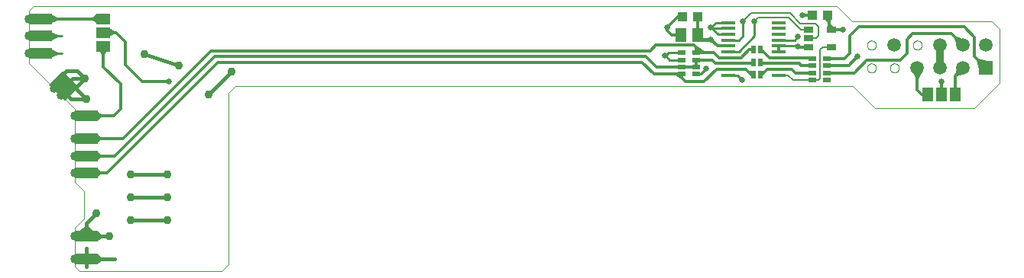
<source format=gtl>
G04 EAGLE Gerber X2 export*
%TF.Part,Single*%
%TF.FileFunction,Other,top copper*%
%TF.FilePolarity,Positive*%
%TF.GenerationSoftware,Autodesk,EAGLE,9.5.2*%
%TF.CreationDate,2020-02-09T10:15:54Z*%
G75*
%MOMM*%
%FSLAX34Y34*%
%LPD*%
%INtop copper*%
%AMOC8*
5,1,8,0,0,1.08239X$1,22.5*%
G01*
%ADD10C,0.000000*%
%ADD11R,2.540000X1.270000*%
%ADD12R,1.270000X2.540000*%
%ADD13R,1.500000X1.500000*%
%ADD14C,1.500000*%
%ADD15R,1.168400X1.600200*%
%ADD16R,1.300000X1.500000*%
%ADD17R,1.600000X0.350000*%
%ADD18R,0.900000X0.500000*%
%ADD19R,1.100000X1.000000*%
%ADD20R,0.508000X0.889000*%
%ADD21R,1.600200X1.168400*%
%ADD22R,0.990000X0.690000*%
%ADD23C,0.203200*%
%ADD24C,1.020000*%
%ADD25C,0.304800*%
%ADD26C,0.406400*%
%ADD27C,0.935000*%
%ADD28C,0.680000*%
%ADD29C,0.254000*%
%ADD30C,0.812800*%


D10*
X0Y232410D02*
X50800Y181610D01*
X50800Y100330D01*
X60960Y90170D01*
X60960Y59690D01*
X50800Y49530D01*
X50800Y6350D01*
X55880Y1270D01*
X213360Y1270D01*
X1075690Y210820D02*
X1075690Y270510D01*
X0Y290830D02*
X0Y232410D01*
X0Y290830D02*
X5080Y295910D01*
X220980Y8890D02*
X213360Y1270D01*
X220980Y8890D02*
X220980Y199390D01*
X228600Y207010D01*
X913130Y207010D01*
X895350Y295910D02*
X5080Y295910D01*
X913130Y207010D02*
X937260Y182880D01*
X1047750Y182880D01*
X1075690Y210820D01*
X911860Y279400D02*
X895350Y295910D01*
X911860Y279400D02*
X1066800Y279400D01*
X1075690Y270510D01*
D11*
X63500Y110490D03*
X63500Y173990D03*
X63500Y129540D03*
X63500Y40640D03*
D12*
G36*
X55380Y206330D02*
X46400Y197350D01*
X28440Y215310D01*
X37420Y224290D01*
X55380Y206330D01*
G37*
D11*
X63500Y15240D03*
X63500Y148590D03*
D12*
G36*
X49030Y199980D02*
X40050Y191000D01*
X22090Y208960D01*
X31070Y217940D01*
X49030Y199980D01*
G37*
D13*
X1060450Y227330D03*
D14*
X1060450Y252730D03*
X1035050Y227330D03*
X1035050Y252730D03*
X1009650Y227330D03*
X1009650Y252730D03*
X958850Y252730D03*
D10*
X953850Y227330D02*
X953852Y227471D01*
X953858Y227612D01*
X953868Y227752D01*
X953882Y227892D01*
X953900Y228032D01*
X953921Y228171D01*
X953947Y228310D01*
X953976Y228448D01*
X954010Y228584D01*
X954047Y228720D01*
X954088Y228855D01*
X954133Y228989D01*
X954182Y229121D01*
X954234Y229252D01*
X954290Y229381D01*
X954350Y229508D01*
X954413Y229634D01*
X954479Y229758D01*
X954550Y229881D01*
X954623Y230001D01*
X954700Y230119D01*
X954780Y230235D01*
X954864Y230348D01*
X954950Y230459D01*
X955040Y230568D01*
X955133Y230674D01*
X955228Y230777D01*
X955327Y230878D01*
X955428Y230976D01*
X955532Y231071D01*
X955639Y231163D01*
X955748Y231252D01*
X955860Y231337D01*
X955974Y231420D01*
X956090Y231500D01*
X956209Y231576D01*
X956330Y231648D01*
X956452Y231718D01*
X956577Y231783D01*
X956703Y231846D01*
X956831Y231904D01*
X956961Y231959D01*
X957092Y232011D01*
X957225Y232058D01*
X957359Y232102D01*
X957494Y232143D01*
X957630Y232179D01*
X957767Y232211D01*
X957905Y232240D01*
X958043Y232265D01*
X958183Y232285D01*
X958323Y232302D01*
X958463Y232315D01*
X958604Y232324D01*
X958744Y232329D01*
X958885Y232330D01*
X959026Y232327D01*
X959167Y232320D01*
X959307Y232309D01*
X959447Y232294D01*
X959587Y232275D01*
X959726Y232253D01*
X959864Y232226D01*
X960002Y232196D01*
X960138Y232161D01*
X960274Y232123D01*
X960408Y232081D01*
X960542Y232035D01*
X960674Y231986D01*
X960804Y231932D01*
X960933Y231875D01*
X961060Y231815D01*
X961186Y231751D01*
X961309Y231683D01*
X961431Y231612D01*
X961551Y231538D01*
X961668Y231460D01*
X961783Y231379D01*
X961896Y231295D01*
X962007Y231208D01*
X962115Y231117D01*
X962220Y231024D01*
X962323Y230927D01*
X962423Y230828D01*
X962520Y230726D01*
X962614Y230621D01*
X962705Y230514D01*
X962793Y230404D01*
X962878Y230292D01*
X962960Y230177D01*
X963039Y230060D01*
X963114Y229941D01*
X963186Y229820D01*
X963254Y229697D01*
X963319Y229572D01*
X963381Y229445D01*
X963438Y229316D01*
X963493Y229186D01*
X963543Y229055D01*
X963590Y228922D01*
X963633Y228788D01*
X963672Y228652D01*
X963707Y228516D01*
X963739Y228379D01*
X963766Y228241D01*
X963790Y228102D01*
X963810Y227962D01*
X963826Y227822D01*
X963838Y227682D01*
X963846Y227541D01*
X963850Y227400D01*
X963850Y227260D01*
X963846Y227119D01*
X963838Y226978D01*
X963826Y226838D01*
X963810Y226698D01*
X963790Y226558D01*
X963766Y226419D01*
X963739Y226281D01*
X963707Y226144D01*
X963672Y226008D01*
X963633Y225872D01*
X963590Y225738D01*
X963543Y225605D01*
X963493Y225474D01*
X963438Y225344D01*
X963381Y225215D01*
X963319Y225088D01*
X963254Y224963D01*
X963186Y224840D01*
X963114Y224719D01*
X963039Y224600D01*
X962960Y224483D01*
X962878Y224368D01*
X962793Y224256D01*
X962705Y224146D01*
X962614Y224039D01*
X962520Y223934D01*
X962423Y223832D01*
X962323Y223733D01*
X962220Y223636D01*
X962115Y223543D01*
X962007Y223452D01*
X961896Y223365D01*
X961783Y223281D01*
X961668Y223200D01*
X961551Y223122D01*
X961431Y223048D01*
X961309Y222977D01*
X961186Y222909D01*
X961060Y222845D01*
X960933Y222785D01*
X960804Y222728D01*
X960674Y222674D01*
X960542Y222625D01*
X960408Y222579D01*
X960274Y222537D01*
X960138Y222499D01*
X960002Y222464D01*
X959864Y222434D01*
X959726Y222407D01*
X959587Y222385D01*
X959447Y222366D01*
X959307Y222351D01*
X959167Y222340D01*
X959026Y222333D01*
X958885Y222330D01*
X958744Y222331D01*
X958604Y222336D01*
X958463Y222345D01*
X958323Y222358D01*
X958183Y222375D01*
X958043Y222395D01*
X957905Y222420D01*
X957767Y222449D01*
X957630Y222481D01*
X957494Y222517D01*
X957359Y222558D01*
X957225Y222602D01*
X957092Y222649D01*
X956961Y222701D01*
X956831Y222756D01*
X956703Y222814D01*
X956577Y222877D01*
X956452Y222942D01*
X956330Y223012D01*
X956209Y223084D01*
X956090Y223160D01*
X955974Y223240D01*
X955860Y223323D01*
X955748Y223408D01*
X955639Y223497D01*
X955532Y223589D01*
X955428Y223684D01*
X955327Y223782D01*
X955228Y223883D01*
X955133Y223986D01*
X955040Y224092D01*
X954950Y224201D01*
X954864Y224312D01*
X954780Y224425D01*
X954700Y224541D01*
X954623Y224659D01*
X954550Y224779D01*
X954479Y224902D01*
X954413Y225026D01*
X954350Y225152D01*
X954290Y225279D01*
X954234Y225408D01*
X954182Y225539D01*
X954133Y225671D01*
X954088Y225805D01*
X954047Y225940D01*
X954010Y226076D01*
X953976Y226212D01*
X953947Y226350D01*
X953921Y226489D01*
X953900Y226628D01*
X953882Y226768D01*
X953868Y226908D01*
X953858Y227048D01*
X953852Y227189D01*
X953850Y227330D01*
X928450Y227330D02*
X928452Y227471D01*
X928458Y227612D01*
X928468Y227752D01*
X928482Y227892D01*
X928500Y228032D01*
X928521Y228171D01*
X928547Y228310D01*
X928576Y228448D01*
X928610Y228584D01*
X928647Y228720D01*
X928688Y228855D01*
X928733Y228989D01*
X928782Y229121D01*
X928834Y229252D01*
X928890Y229381D01*
X928950Y229508D01*
X929013Y229634D01*
X929079Y229758D01*
X929150Y229881D01*
X929223Y230001D01*
X929300Y230119D01*
X929380Y230235D01*
X929464Y230348D01*
X929550Y230459D01*
X929640Y230568D01*
X929733Y230674D01*
X929828Y230777D01*
X929927Y230878D01*
X930028Y230976D01*
X930132Y231071D01*
X930239Y231163D01*
X930348Y231252D01*
X930460Y231337D01*
X930574Y231420D01*
X930690Y231500D01*
X930809Y231576D01*
X930930Y231648D01*
X931052Y231718D01*
X931177Y231783D01*
X931303Y231846D01*
X931431Y231904D01*
X931561Y231959D01*
X931692Y232011D01*
X931825Y232058D01*
X931959Y232102D01*
X932094Y232143D01*
X932230Y232179D01*
X932367Y232211D01*
X932505Y232240D01*
X932643Y232265D01*
X932783Y232285D01*
X932923Y232302D01*
X933063Y232315D01*
X933204Y232324D01*
X933344Y232329D01*
X933485Y232330D01*
X933626Y232327D01*
X933767Y232320D01*
X933907Y232309D01*
X934047Y232294D01*
X934187Y232275D01*
X934326Y232253D01*
X934464Y232226D01*
X934602Y232196D01*
X934738Y232161D01*
X934874Y232123D01*
X935008Y232081D01*
X935142Y232035D01*
X935274Y231986D01*
X935404Y231932D01*
X935533Y231875D01*
X935660Y231815D01*
X935786Y231751D01*
X935909Y231683D01*
X936031Y231612D01*
X936151Y231538D01*
X936268Y231460D01*
X936383Y231379D01*
X936496Y231295D01*
X936607Y231208D01*
X936715Y231117D01*
X936820Y231024D01*
X936923Y230927D01*
X937023Y230828D01*
X937120Y230726D01*
X937214Y230621D01*
X937305Y230514D01*
X937393Y230404D01*
X937478Y230292D01*
X937560Y230177D01*
X937639Y230060D01*
X937714Y229941D01*
X937786Y229820D01*
X937854Y229697D01*
X937919Y229572D01*
X937981Y229445D01*
X938038Y229316D01*
X938093Y229186D01*
X938143Y229055D01*
X938190Y228922D01*
X938233Y228788D01*
X938272Y228652D01*
X938307Y228516D01*
X938339Y228379D01*
X938366Y228241D01*
X938390Y228102D01*
X938410Y227962D01*
X938426Y227822D01*
X938438Y227682D01*
X938446Y227541D01*
X938450Y227400D01*
X938450Y227260D01*
X938446Y227119D01*
X938438Y226978D01*
X938426Y226838D01*
X938410Y226698D01*
X938390Y226558D01*
X938366Y226419D01*
X938339Y226281D01*
X938307Y226144D01*
X938272Y226008D01*
X938233Y225872D01*
X938190Y225738D01*
X938143Y225605D01*
X938093Y225474D01*
X938038Y225344D01*
X937981Y225215D01*
X937919Y225088D01*
X937854Y224963D01*
X937786Y224840D01*
X937714Y224719D01*
X937639Y224600D01*
X937560Y224483D01*
X937478Y224368D01*
X937393Y224256D01*
X937305Y224146D01*
X937214Y224039D01*
X937120Y223934D01*
X937023Y223832D01*
X936923Y223733D01*
X936820Y223636D01*
X936715Y223543D01*
X936607Y223452D01*
X936496Y223365D01*
X936383Y223281D01*
X936268Y223200D01*
X936151Y223122D01*
X936031Y223048D01*
X935909Y222977D01*
X935786Y222909D01*
X935660Y222845D01*
X935533Y222785D01*
X935404Y222728D01*
X935274Y222674D01*
X935142Y222625D01*
X935008Y222579D01*
X934874Y222537D01*
X934738Y222499D01*
X934602Y222464D01*
X934464Y222434D01*
X934326Y222407D01*
X934187Y222385D01*
X934047Y222366D01*
X933907Y222351D01*
X933767Y222340D01*
X933626Y222333D01*
X933485Y222330D01*
X933344Y222331D01*
X933204Y222336D01*
X933063Y222345D01*
X932923Y222358D01*
X932783Y222375D01*
X932643Y222395D01*
X932505Y222420D01*
X932367Y222449D01*
X932230Y222481D01*
X932094Y222517D01*
X931959Y222558D01*
X931825Y222602D01*
X931692Y222649D01*
X931561Y222701D01*
X931431Y222756D01*
X931303Y222814D01*
X931177Y222877D01*
X931052Y222942D01*
X930930Y223012D01*
X930809Y223084D01*
X930690Y223160D01*
X930574Y223240D01*
X930460Y223323D01*
X930348Y223408D01*
X930239Y223497D01*
X930132Y223589D01*
X930028Y223684D01*
X929927Y223782D01*
X929828Y223883D01*
X929733Y223986D01*
X929640Y224092D01*
X929550Y224201D01*
X929464Y224312D01*
X929380Y224425D01*
X929300Y224541D01*
X929223Y224659D01*
X929150Y224779D01*
X929079Y224902D01*
X929013Y225026D01*
X928950Y225152D01*
X928890Y225279D01*
X928834Y225408D01*
X928782Y225539D01*
X928733Y225671D01*
X928688Y225805D01*
X928647Y225940D01*
X928610Y226076D01*
X928576Y226212D01*
X928547Y226350D01*
X928521Y226489D01*
X928500Y226628D01*
X928482Y226768D01*
X928468Y226908D01*
X928458Y227048D01*
X928452Y227189D01*
X928450Y227330D01*
X928450Y252730D02*
X928452Y252871D01*
X928458Y253012D01*
X928468Y253152D01*
X928482Y253292D01*
X928500Y253432D01*
X928521Y253571D01*
X928547Y253710D01*
X928576Y253848D01*
X928610Y253984D01*
X928647Y254120D01*
X928688Y254255D01*
X928733Y254389D01*
X928782Y254521D01*
X928834Y254652D01*
X928890Y254781D01*
X928950Y254908D01*
X929013Y255034D01*
X929079Y255158D01*
X929150Y255281D01*
X929223Y255401D01*
X929300Y255519D01*
X929380Y255635D01*
X929464Y255748D01*
X929550Y255859D01*
X929640Y255968D01*
X929733Y256074D01*
X929828Y256177D01*
X929927Y256278D01*
X930028Y256376D01*
X930132Y256471D01*
X930239Y256563D01*
X930348Y256652D01*
X930460Y256737D01*
X930574Y256820D01*
X930690Y256900D01*
X930809Y256976D01*
X930930Y257048D01*
X931052Y257118D01*
X931177Y257183D01*
X931303Y257246D01*
X931431Y257304D01*
X931561Y257359D01*
X931692Y257411D01*
X931825Y257458D01*
X931959Y257502D01*
X932094Y257543D01*
X932230Y257579D01*
X932367Y257611D01*
X932505Y257640D01*
X932643Y257665D01*
X932783Y257685D01*
X932923Y257702D01*
X933063Y257715D01*
X933204Y257724D01*
X933344Y257729D01*
X933485Y257730D01*
X933626Y257727D01*
X933767Y257720D01*
X933907Y257709D01*
X934047Y257694D01*
X934187Y257675D01*
X934326Y257653D01*
X934464Y257626D01*
X934602Y257596D01*
X934738Y257561D01*
X934874Y257523D01*
X935008Y257481D01*
X935142Y257435D01*
X935274Y257386D01*
X935404Y257332D01*
X935533Y257275D01*
X935660Y257215D01*
X935786Y257151D01*
X935909Y257083D01*
X936031Y257012D01*
X936151Y256938D01*
X936268Y256860D01*
X936383Y256779D01*
X936496Y256695D01*
X936607Y256608D01*
X936715Y256517D01*
X936820Y256424D01*
X936923Y256327D01*
X937023Y256228D01*
X937120Y256126D01*
X937214Y256021D01*
X937305Y255914D01*
X937393Y255804D01*
X937478Y255692D01*
X937560Y255577D01*
X937639Y255460D01*
X937714Y255341D01*
X937786Y255220D01*
X937854Y255097D01*
X937919Y254972D01*
X937981Y254845D01*
X938038Y254716D01*
X938093Y254586D01*
X938143Y254455D01*
X938190Y254322D01*
X938233Y254188D01*
X938272Y254052D01*
X938307Y253916D01*
X938339Y253779D01*
X938366Y253641D01*
X938390Y253502D01*
X938410Y253362D01*
X938426Y253222D01*
X938438Y253082D01*
X938446Y252941D01*
X938450Y252800D01*
X938450Y252660D01*
X938446Y252519D01*
X938438Y252378D01*
X938426Y252238D01*
X938410Y252098D01*
X938390Y251958D01*
X938366Y251819D01*
X938339Y251681D01*
X938307Y251544D01*
X938272Y251408D01*
X938233Y251272D01*
X938190Y251138D01*
X938143Y251005D01*
X938093Y250874D01*
X938038Y250744D01*
X937981Y250615D01*
X937919Y250488D01*
X937854Y250363D01*
X937786Y250240D01*
X937714Y250119D01*
X937639Y250000D01*
X937560Y249883D01*
X937478Y249768D01*
X937393Y249656D01*
X937305Y249546D01*
X937214Y249439D01*
X937120Y249334D01*
X937023Y249232D01*
X936923Y249133D01*
X936820Y249036D01*
X936715Y248943D01*
X936607Y248852D01*
X936496Y248765D01*
X936383Y248681D01*
X936268Y248600D01*
X936151Y248522D01*
X936031Y248448D01*
X935909Y248377D01*
X935786Y248309D01*
X935660Y248245D01*
X935533Y248185D01*
X935404Y248128D01*
X935274Y248074D01*
X935142Y248025D01*
X935008Y247979D01*
X934874Y247937D01*
X934738Y247899D01*
X934602Y247864D01*
X934464Y247834D01*
X934326Y247807D01*
X934187Y247785D01*
X934047Y247766D01*
X933907Y247751D01*
X933767Y247740D01*
X933626Y247733D01*
X933485Y247730D01*
X933344Y247731D01*
X933204Y247736D01*
X933063Y247745D01*
X932923Y247758D01*
X932783Y247775D01*
X932643Y247795D01*
X932505Y247820D01*
X932367Y247849D01*
X932230Y247881D01*
X932094Y247917D01*
X931959Y247958D01*
X931825Y248002D01*
X931692Y248049D01*
X931561Y248101D01*
X931431Y248156D01*
X931303Y248214D01*
X931177Y248277D01*
X931052Y248342D01*
X930930Y248412D01*
X930809Y248484D01*
X930690Y248560D01*
X930574Y248640D01*
X930460Y248723D01*
X930348Y248808D01*
X930239Y248897D01*
X930132Y248989D01*
X930028Y249084D01*
X929927Y249182D01*
X929828Y249283D01*
X929733Y249386D01*
X929640Y249492D01*
X929550Y249601D01*
X929464Y249712D01*
X929380Y249825D01*
X929300Y249941D01*
X929223Y250059D01*
X929150Y250179D01*
X929079Y250302D01*
X929013Y250426D01*
X928950Y250552D01*
X928890Y250679D01*
X928834Y250808D01*
X928782Y250939D01*
X928733Y251071D01*
X928688Y251205D01*
X928647Y251340D01*
X928610Y251476D01*
X928576Y251612D01*
X928547Y251750D01*
X928521Y251889D01*
X928500Y252028D01*
X928482Y252168D01*
X928468Y252308D01*
X928458Y252448D01*
X928452Y252589D01*
X928450Y252730D01*
D14*
X984250Y227330D03*
D10*
X979250Y252730D02*
X979252Y252871D01*
X979258Y253012D01*
X979268Y253152D01*
X979282Y253292D01*
X979300Y253432D01*
X979321Y253571D01*
X979347Y253710D01*
X979376Y253848D01*
X979410Y253984D01*
X979447Y254120D01*
X979488Y254255D01*
X979533Y254389D01*
X979582Y254521D01*
X979634Y254652D01*
X979690Y254781D01*
X979750Y254908D01*
X979813Y255034D01*
X979879Y255158D01*
X979950Y255281D01*
X980023Y255401D01*
X980100Y255519D01*
X980180Y255635D01*
X980264Y255748D01*
X980350Y255859D01*
X980440Y255968D01*
X980533Y256074D01*
X980628Y256177D01*
X980727Y256278D01*
X980828Y256376D01*
X980932Y256471D01*
X981039Y256563D01*
X981148Y256652D01*
X981260Y256737D01*
X981374Y256820D01*
X981490Y256900D01*
X981609Y256976D01*
X981730Y257048D01*
X981852Y257118D01*
X981977Y257183D01*
X982103Y257246D01*
X982231Y257304D01*
X982361Y257359D01*
X982492Y257411D01*
X982625Y257458D01*
X982759Y257502D01*
X982894Y257543D01*
X983030Y257579D01*
X983167Y257611D01*
X983305Y257640D01*
X983443Y257665D01*
X983583Y257685D01*
X983723Y257702D01*
X983863Y257715D01*
X984004Y257724D01*
X984144Y257729D01*
X984285Y257730D01*
X984426Y257727D01*
X984567Y257720D01*
X984707Y257709D01*
X984847Y257694D01*
X984987Y257675D01*
X985126Y257653D01*
X985264Y257626D01*
X985402Y257596D01*
X985538Y257561D01*
X985674Y257523D01*
X985808Y257481D01*
X985942Y257435D01*
X986074Y257386D01*
X986204Y257332D01*
X986333Y257275D01*
X986460Y257215D01*
X986586Y257151D01*
X986709Y257083D01*
X986831Y257012D01*
X986951Y256938D01*
X987068Y256860D01*
X987183Y256779D01*
X987296Y256695D01*
X987407Y256608D01*
X987515Y256517D01*
X987620Y256424D01*
X987723Y256327D01*
X987823Y256228D01*
X987920Y256126D01*
X988014Y256021D01*
X988105Y255914D01*
X988193Y255804D01*
X988278Y255692D01*
X988360Y255577D01*
X988439Y255460D01*
X988514Y255341D01*
X988586Y255220D01*
X988654Y255097D01*
X988719Y254972D01*
X988781Y254845D01*
X988838Y254716D01*
X988893Y254586D01*
X988943Y254455D01*
X988990Y254322D01*
X989033Y254188D01*
X989072Y254052D01*
X989107Y253916D01*
X989139Y253779D01*
X989166Y253641D01*
X989190Y253502D01*
X989210Y253362D01*
X989226Y253222D01*
X989238Y253082D01*
X989246Y252941D01*
X989250Y252800D01*
X989250Y252660D01*
X989246Y252519D01*
X989238Y252378D01*
X989226Y252238D01*
X989210Y252098D01*
X989190Y251958D01*
X989166Y251819D01*
X989139Y251681D01*
X989107Y251544D01*
X989072Y251408D01*
X989033Y251272D01*
X988990Y251138D01*
X988943Y251005D01*
X988893Y250874D01*
X988838Y250744D01*
X988781Y250615D01*
X988719Y250488D01*
X988654Y250363D01*
X988586Y250240D01*
X988514Y250119D01*
X988439Y250000D01*
X988360Y249883D01*
X988278Y249768D01*
X988193Y249656D01*
X988105Y249546D01*
X988014Y249439D01*
X987920Y249334D01*
X987823Y249232D01*
X987723Y249133D01*
X987620Y249036D01*
X987515Y248943D01*
X987407Y248852D01*
X987296Y248765D01*
X987183Y248681D01*
X987068Y248600D01*
X986951Y248522D01*
X986831Y248448D01*
X986709Y248377D01*
X986586Y248309D01*
X986460Y248245D01*
X986333Y248185D01*
X986204Y248128D01*
X986074Y248074D01*
X985942Y248025D01*
X985808Y247979D01*
X985674Y247937D01*
X985538Y247899D01*
X985402Y247864D01*
X985264Y247834D01*
X985126Y247807D01*
X984987Y247785D01*
X984847Y247766D01*
X984707Y247751D01*
X984567Y247740D01*
X984426Y247733D01*
X984285Y247730D01*
X984144Y247731D01*
X984004Y247736D01*
X983863Y247745D01*
X983723Y247758D01*
X983583Y247775D01*
X983443Y247795D01*
X983305Y247820D01*
X983167Y247849D01*
X983030Y247881D01*
X982894Y247917D01*
X982759Y247958D01*
X982625Y248002D01*
X982492Y248049D01*
X982361Y248101D01*
X982231Y248156D01*
X982103Y248214D01*
X981977Y248277D01*
X981852Y248342D01*
X981730Y248412D01*
X981609Y248484D01*
X981490Y248560D01*
X981374Y248640D01*
X981260Y248723D01*
X981148Y248808D01*
X981039Y248897D01*
X980932Y248989D01*
X980828Y249084D01*
X980727Y249182D01*
X980628Y249283D01*
X980533Y249386D01*
X980440Y249492D01*
X980350Y249601D01*
X980264Y249712D01*
X980180Y249825D01*
X980100Y249941D01*
X980023Y250059D01*
X979950Y250179D01*
X979879Y250302D01*
X979813Y250426D01*
X979750Y250552D01*
X979690Y250679D01*
X979634Y250808D01*
X979582Y250939D01*
X979533Y251071D01*
X979488Y251205D01*
X979447Y251340D01*
X979410Y251476D01*
X979376Y251612D01*
X979347Y251750D01*
X979321Y251889D01*
X979300Y252028D01*
X979282Y252168D01*
X979268Y252308D01*
X979258Y252448D01*
X979252Y252589D01*
X979250Y252730D01*
D15*
X1026160Y198120D03*
X1010920Y198120D03*
X995680Y198120D03*
D16*
X722020Y264160D03*
X741020Y264160D03*
D17*
X774640Y277870D03*
X774640Y271370D03*
X774640Y264870D03*
X774640Y258370D03*
X774640Y251870D03*
X774640Y245370D03*
X774640Y238870D03*
X774640Y232370D03*
X774640Y225870D03*
X774640Y219370D03*
X830640Y219370D03*
X830640Y225870D03*
X830640Y232370D03*
X830640Y238870D03*
X830640Y245370D03*
X830640Y251870D03*
X830640Y258370D03*
X830640Y264870D03*
X830640Y271370D03*
X830640Y277870D03*
D18*
X739520Y220410D03*
X739520Y228410D03*
X739520Y236410D03*
X739520Y244410D03*
X723520Y244410D03*
X723520Y236410D03*
X723520Y228410D03*
X723520Y220410D03*
D11*
X12700Y243840D03*
X12700Y262890D03*
X12700Y281940D03*
D18*
X868300Y238060D03*
X868300Y230060D03*
X868300Y222060D03*
X868300Y214060D03*
X884300Y214060D03*
X884300Y222060D03*
X884300Y230060D03*
X884300Y238060D03*
D19*
X741290Y284480D03*
X724290Y284480D03*
D20*
X802640Y247650D03*
X810260Y247650D03*
X802640Y233680D03*
X810260Y233680D03*
X802640Y219710D03*
X810260Y219710D03*
D21*
X82550Y281940D03*
X82550Y266700D03*
X82550Y251460D03*
D22*
X863400Y269850D03*
X863400Y260350D03*
X863400Y250850D03*
X889300Y250850D03*
X889300Y269850D03*
D19*
X884800Y285750D03*
X867800Y285750D03*
D23*
X841080Y219370D02*
X830640Y219370D01*
X846390Y214060D02*
X868300Y214060D01*
X846390Y214060D02*
X841080Y219370D01*
X868300Y214060D02*
X874460Y214060D01*
X876300Y215900D01*
X879500Y250850D02*
X889300Y250850D01*
X876300Y247650D02*
X876300Y215900D01*
X876300Y247650D02*
X879500Y250850D01*
D24*
X50800Y40640D03*
X63500Y40640D03*
X45720Y207010D03*
X35560Y196850D03*
D25*
X50800Y40640D02*
X63500Y40640D01*
D26*
X78740Y40640D01*
X88900Y40640D01*
X63500Y40640D02*
X63500Y50800D01*
X63500Y54610D01*
X74930Y66040D01*
D27*
X74930Y66040D03*
X88900Y40640D03*
D26*
X69850Y44450D02*
X63500Y50800D01*
X57150Y44450D01*
X74930Y44450D02*
X78740Y40640D01*
X74930Y36830D01*
D27*
X62230Y215900D03*
X63500Y193040D03*
D26*
X62230Y215900D02*
X48260Y215900D01*
X45720Y213360D01*
X45720Y207010D01*
X46990Y193040D02*
X63500Y193040D01*
X46990Y193040D02*
X36830Y203200D01*
X35560Y204470D01*
X43180Y204470D01*
X45720Y207010D01*
X49530Y207010D02*
X63500Y193040D01*
X49530Y207010D02*
X45720Y207010D01*
X53340Y207010D02*
X62230Y215900D01*
X53340Y207010D02*
X49530Y207010D01*
X62230Y215900D02*
X53562Y224568D01*
X36830Y219710D02*
X36830Y203200D01*
X41688Y224568D02*
X53562Y224568D01*
X41688Y224568D02*
X36830Y219710D01*
D24*
X27940Y204470D03*
X38100Y214630D03*
D28*
X755650Y272640D03*
X750570Y226990D03*
D27*
X113030Y109220D03*
X113030Y83820D03*
X113030Y58420D03*
X153670Y58420D03*
X153670Y83820D03*
X153670Y109220D03*
D26*
X113030Y109220D01*
X113030Y83820D02*
X153670Y83820D01*
X153670Y58420D02*
X113030Y58420D01*
D29*
X755650Y272640D02*
X756920Y271370D01*
X774640Y271370D01*
X774640Y277870D02*
X760880Y277870D01*
X755650Y272640D01*
X763420Y264870D02*
X774640Y264870D01*
X763420Y264870D02*
X755650Y272640D01*
D27*
X224790Y223520D03*
X199390Y198120D03*
D26*
X224790Y223520D01*
D27*
X166370Y229870D03*
X128270Y242570D03*
D26*
X166370Y229870D01*
D28*
X707390Y272640D03*
D25*
X719230Y284480D02*
X724290Y284480D01*
X719230Y284480D02*
X707390Y272640D01*
X712060Y264160D02*
X722020Y264160D01*
X712060Y264160D02*
X707390Y268830D01*
X707390Y272640D01*
D28*
X704850Y240960D03*
X789940Y214290D03*
D29*
X784860Y219370D02*
X774640Y219370D01*
X784860Y219370D02*
X789940Y214290D01*
X743990Y220410D02*
X739520Y220410D01*
X743990Y220410D02*
X750570Y226990D01*
X723520Y244410D02*
X708300Y244410D01*
X705020Y241130D01*
X704850Y240960D01*
X709740Y236410D02*
X723520Y236410D01*
X709740Y236410D02*
X705020Y241130D01*
D30*
X1009650Y252730D02*
X1009650Y227330D01*
D28*
X852170Y251460D03*
D29*
X851760Y251870D01*
X830640Y251870D01*
D25*
X830640Y245370D01*
X852780Y250850D02*
X863400Y250850D01*
X852780Y250850D02*
X852170Y251460D01*
D28*
X857250Y285750D03*
D25*
X867800Y285750D01*
D24*
X50800Y110490D03*
X63500Y110490D03*
D25*
X78740Y110490D01*
X63500Y110490D02*
X50800Y110490D01*
X74930Y114300D02*
X78740Y110490D01*
X74930Y106680D01*
X78740Y110490D02*
X86360Y110490D01*
X209550Y233680D01*
X774640Y225870D02*
X793940Y225870D01*
X797560Y222250D01*
X802640Y222250D01*
D29*
X802640Y219710D01*
D25*
X679450Y233680D02*
X209550Y233680D01*
X679450Y233680D02*
X692720Y220410D01*
X717550Y220410D01*
X723520Y220410D01*
X761810Y225870D02*
X774640Y225870D01*
X723520Y220410D02*
X723520Y216280D01*
X748030Y212090D02*
X761810Y225870D01*
X748030Y212090D02*
X727710Y212090D01*
X723520Y216280D01*
X717550Y220410D01*
X797560Y222250D02*
X802640Y217170D01*
D24*
X50800Y173990D03*
X63500Y173990D03*
D25*
X50800Y173990D01*
X80010Y173990D02*
X93980Y173990D01*
X80010Y173990D02*
X63500Y173990D01*
X74930Y177800D02*
X80010Y173990D01*
X74930Y170180D01*
X93980Y173990D02*
X101600Y181610D01*
X101600Y209550D01*
X82550Y228600D02*
X82550Y242570D01*
X82550Y251460D01*
X82550Y228600D02*
X101600Y209550D01*
X82550Y242570D02*
X87630Y250190D01*
X82550Y242570D02*
X77470Y250190D01*
X1010920Y212090D02*
X1010920Y198120D01*
D28*
X1010920Y212090D03*
X154940Y212090D03*
D25*
X125730Y212090D01*
X106680Y231140D02*
X106680Y256540D01*
X96520Y266700D01*
X93980Y266700D01*
X82550Y266700D01*
X106680Y231140D02*
X125730Y212090D01*
X93980Y266700D02*
X87630Y262890D01*
X93980Y266700D02*
X87630Y270510D01*
D24*
X50800Y148590D03*
X63500Y148590D03*
D25*
X78740Y148590D01*
X63500Y148590D02*
X50800Y148590D01*
X74930Y144780D02*
X78740Y148590D01*
X74930Y152400D01*
X768240Y238870D02*
X774640Y238870D01*
X201930Y246380D02*
X104140Y148590D01*
X78740Y148590D01*
X774640Y238870D02*
X788780Y238870D01*
X797560Y247650D02*
X802640Y247650D01*
X797560Y247650D02*
X788780Y238870D01*
X688340Y246380D02*
X201930Y246380D01*
X688340Y246380D02*
X694690Y252730D01*
X738980Y250030D02*
X739520Y249490D01*
X738980Y250030D02*
X736280Y252730D01*
X739520Y249490D02*
X739520Y244410D01*
X736280Y252730D02*
X694690Y252730D01*
X764430Y238870D02*
X774640Y238870D01*
X758890Y244410D02*
X748030Y244410D01*
X739520Y244410D01*
X758890Y244410D02*
X764430Y238870D01*
X748030Y244410D02*
X738980Y250030D01*
D24*
X50800Y129540D03*
X63500Y129540D03*
D25*
X78740Y129540D01*
X63500Y129540D02*
X50800Y129540D01*
X74930Y125730D02*
X78740Y129540D01*
X74930Y133350D01*
X78740Y129540D02*
X95250Y129540D01*
X205740Y240030D01*
X683260Y240030D01*
X694880Y228410D01*
X723520Y228410D01*
X739520Y228410D01*
X739520Y236410D01*
X760770Y232370D02*
X774640Y232370D01*
X756730Y236410D02*
X739520Y236410D01*
X756730Y236410D02*
X760770Y232370D01*
X774640Y232370D02*
X801330Y232370D01*
X802640Y233680D01*
D24*
X50800Y15240D03*
X63500Y15240D03*
D26*
X78740Y15240D01*
X74930Y19050D01*
X78740Y15240D02*
X74930Y11430D01*
X63500Y15240D02*
X54832Y15240D01*
D29*
X848360Y258370D02*
X852170Y262180D01*
X848360Y258370D02*
X830640Y258370D01*
D28*
X852170Y262180D03*
D26*
X95250Y15240D02*
X78740Y15240D01*
X63500Y15240D02*
X63500Y26670D01*
X63500Y15240D02*
X63500Y6350D01*
D25*
X741020Y265960D02*
X741290Y266230D01*
X741020Y265960D02*
X741020Y264160D01*
X741290Y266230D02*
X741290Y284480D01*
D28*
X755650Y259080D03*
D26*
X746100Y259080D01*
X741020Y264160D01*
D25*
X762860Y251870D02*
X774640Y251870D01*
X762860Y251870D02*
X755650Y259080D01*
D28*
X901700Y269800D03*
D25*
X889350Y269800D01*
X889300Y269850D01*
X886460Y272690D01*
X886460Y284090D02*
X884800Y285750D01*
X886460Y275590D02*
X886460Y272690D01*
X886460Y275590D02*
X886460Y278130D01*
X886460Y284090D01*
X881380Y283210D02*
X886460Y278130D01*
X886460Y275590D02*
X891540Y270510D01*
X1027430Y219710D02*
X1035050Y227330D01*
D29*
X1037590Y222250D02*
X1027430Y219710D01*
X1029970Y229870D01*
D25*
X1027430Y219710D02*
X1026160Y218440D01*
X1026160Y198120D01*
D24*
X0Y281940D03*
D29*
X12700Y281940D02*
X31750Y281940D01*
D25*
X22860Y278130D01*
X22860Y285750D02*
X31750Y281940D01*
X71120Y281940D01*
X82550Y281940D01*
X76200Y285750D02*
X71120Y281940D01*
X76200Y278130D01*
D24*
X12700Y281940D03*
D25*
X984250Y227330D02*
X984250Y215900D01*
X984250Y203200D01*
X989330Y198120D02*
X995680Y198120D01*
X989330Y198120D02*
X984250Y203200D01*
D29*
X984250Y215900D02*
X979170Y224790D01*
X989330Y224790D02*
X984250Y215900D01*
D25*
X830640Y225870D02*
X817761Y225870D01*
D29*
X810260Y222250D02*
X810260Y219710D01*
D25*
X814141Y222250D02*
X817761Y225870D01*
D29*
X814141Y222250D02*
X814070Y222250D01*
D25*
X810260Y222250D01*
X849250Y222060D02*
X868300Y222060D01*
X849250Y222060D02*
X845440Y225870D01*
X830640Y225870D01*
X814070Y222250D02*
X810260Y217170D01*
X810260Y232370D02*
X830640Y232370D01*
X810260Y232370D02*
X810260Y233680D01*
X855600Y230060D02*
X868300Y230060D01*
X855600Y230060D02*
X853290Y232370D01*
X830640Y232370D01*
X908240Y230060D02*
X918210Y240030D01*
X908240Y230060D02*
X884300Y230060D01*
D28*
X918210Y240030D03*
D25*
X830640Y238870D02*
X820310Y238870D01*
X814070Y245110D01*
X810260Y245110D01*
X810260Y247650D01*
X867490Y238870D02*
X868300Y238060D01*
X867490Y238870D02*
X830640Y238870D01*
X814070Y245110D02*
X810260Y248920D01*
X914210Y222060D02*
X928370Y236220D01*
X965200Y236220D02*
X972820Y243840D01*
X972820Y259080D02*
X979170Y265430D01*
X1022350Y265430D01*
X1027430Y260350D01*
X1035050Y252730D01*
X914210Y222060D02*
X884300Y222060D01*
X928370Y236220D02*
X965200Y236220D01*
X972820Y243840D02*
X972820Y259080D01*
X1027430Y260350D02*
X1038860Y256540D01*
X1031240Y248920D02*
X1027430Y260350D01*
D24*
X0Y262890D03*
D29*
X12700Y262890D02*
X26670Y262890D01*
X31750Y262890D01*
X22860Y259080D01*
X22860Y266700D02*
X31750Y262890D01*
X774640Y245370D02*
X786390Y245370D01*
X36830Y262890D02*
X31750Y262890D01*
X26670Y262890D02*
X25400Y261620D01*
X25400Y264160D01*
X786390Y245370D02*
X803910Y262890D01*
D28*
X803910Y279400D03*
D29*
X803910Y262890D01*
D23*
X803910Y279400D02*
X807720Y283210D01*
X855370Y269850D02*
X863400Y269850D01*
X842010Y283210D02*
X807720Y283210D01*
X842010Y283210D02*
X855370Y269850D01*
D24*
X0Y243840D03*
D29*
X12700Y243840D02*
X26670Y243840D01*
X31750Y243840D01*
X22860Y247650D01*
X24130Y240030D02*
X31750Y243840D01*
X36830Y243840D01*
X26670Y243840D02*
X25400Y241300D01*
X26670Y243840D02*
X25400Y245110D01*
X774640Y258370D02*
X781610Y258370D01*
X786690Y258370D02*
X774640Y258370D01*
X786690Y258370D02*
X791210Y262890D01*
X791210Y279400D01*
D28*
X791210Y279400D03*
D23*
X800100Y288290D01*
X871220Y276860D02*
X875030Y273050D01*
X875030Y262890D01*
X872490Y260350D01*
X863400Y260350D01*
X843280Y288290D02*
X800100Y288290D01*
X843280Y288290D02*
X854710Y276860D01*
X871220Y276860D01*
D24*
X12700Y262890D03*
X12700Y243840D03*
D25*
X1047750Y240030D02*
X1051560Y236220D01*
X1060450Y227330D01*
X1036320Y273050D02*
X919480Y273050D01*
X1036320Y273050D02*
X1047750Y261620D01*
X1047750Y240030D01*
X1051560Y236220D02*
X1065530Y232410D01*
X1055370Y222250D02*
X1051560Y236220D01*
X909320Y244030D02*
X903350Y238060D01*
X884300Y238060D01*
X909320Y262890D02*
X919480Y273050D01*
X909320Y262890D02*
X909320Y244030D01*
M02*

</source>
